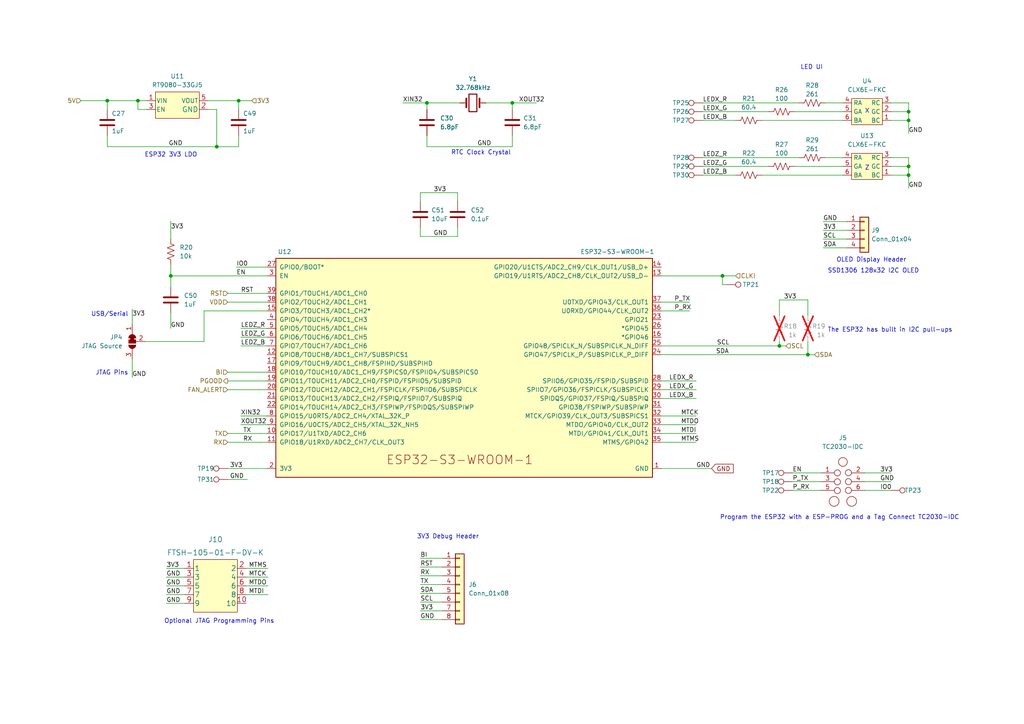
<source format=kicad_sch>
(kicad_sch (version 20231120) (generator "eeschema") (generator_version "8.0")
  (paper "A4")
  (lib_symbols
    (symbol "CLX6E-FKC_1"
      (property "Reference" "U" (at 3.81 5.08 0))
      (property "Value" "CLX6E-FKC_1" (at 1.27 -5.08 0))
      (symbol "CLX6E-FKC_1_0_1"
        (rectangle (start -3.81 3.81) (end 5.08 -3.81) (stroke (width 0.1524)) (fill (type background)))
      )
      (symbol "CLX6E-FKC_1_1_1"
        (pin bidirectional line (at 7.62 -2.54 180) (length 2.54) (name "BC") (number "1"))
        (pin bidirectional line (at 7.62 0 180) (length 2.54) (name "GC") (number "2"))
        (pin bidirectional line (at 7.62 2.54 180) (length 2.54) (name "RC") (number "3"))
        (pin bidirectional line (at -6.35 2.54 0) (length 2.54) (name "RA") (number "4"))
        (pin bidirectional line (at -6.35 0 0) (length 2.54) (name "GA") (number "5"))
        (pin input line (at -6.35 -2.54 0) (length 2.54) (name "BA") (number "6"))
      )
    )
    (symbol "Connector:TestPoint" (pin_numbers hide) (pin_names (offset 0.762) hide)
      (property "Reference" "TP" (at 0 6.858 0))
      (property "Value" "TestPoint" (at 0 5.08 0))
      (symbol "TestPoint_0_1"
        (circle (center 0 3.302) (radius 0.762))
      )
      (symbol "TestPoint_1_1"
        (pin passive line (at 0 0 90) (length 2.54) (name "1") (number "1"))
      )
    )
    (symbol "Connector_Generic:Conn_01x04" (pin_names (offset 1.016) hide)
      (property "Reference" "J" (at 0 5.08 0))
      (property "Value" "Conn_01x04" (at 0 -7.62 0))
      (symbol "Conn_01x04_1_1"
        (rectangle (start -1.27 -4.953) (end 0 -5.207) (stroke (width 0.1524)))
        (rectangle (start -1.27 -2.413) (end 0 -2.667) (stroke (width 0.1524)))
        (rectangle (start -1.27 0.127) (end 0 -0.127) (stroke (width 0.1524)))
        (rectangle (start -1.27 2.667) (end 0 2.413) (stroke (width 0.1524)))
        (rectangle (start -1.27 3.81) (end 1.27 -6.35) (stroke (width 0.254)) (fill (type background)))
        (pin passive line (at -5.08 2.54 0) (length 3.81) (name "Pin_1") (number "1"))
        (pin passive line (at -5.08 0 0) (length 3.81) (name "Pin_2") (number "2"))
        (pin passive line (at -5.08 -2.54 0) (length 3.81) (name "Pin_3") (number "3"))
        (pin passive line (at -5.08 -5.08 0) (length 3.81) (name "Pin_4") (number "4"))
      )
    )
    (symbol "Connector_Generic:Conn_01x08" (pin_names (offset 1.016) hide)
      (property "Reference" "J" (at 0 10.16 0))
      (property "Value" "Conn_01x08" (at 0 -12.7 0))
      (symbol "Conn_01x08_1_1"
        (rectangle (start -1.27 -10.033) (end 0 -10.287) (stroke (width 0.1524)))
        (rectangle (start -1.27 -7.493) (end 0 -7.747) (stroke (width 0.1524)))
        (rectangle (start -1.27 -4.953) (end 0 -5.207) (stroke (width 0.1524)))
        (rectangle (start -1.27 -2.413) (end 0 -2.667) (stroke (width 0.1524)))
        (rectangle (start -1.27 0.127) (end 0 -0.127) (stroke (width 0.1524)))
        (rectangle (start -1.27 2.667) (end 0 2.413) (stroke (width 0.1524)))
        (rectangle (start -1.27 5.207) (end 0 4.953) (stroke (width 0.1524)))
        (rectangle (start -1.27 7.747) (end 0 7.493) (stroke (width 0.1524)))
        (rectangle (start -1.27 8.89) (end 1.27 -11.43) (stroke (width 0.254)) (fill (type background)))
        (pin passive line (at -5.08 7.62 0) (length 3.81) (name "Pin_1") (number "1"))
        (pin passive line (at -5.08 5.08 0) (length 3.81) (name "Pin_2") (number "2"))
        (pin passive line (at -5.08 2.54 0) (length 3.81) (name "Pin_3") (number "3"))
        (pin passive line (at -5.08 0 0) (length 3.81) (name "Pin_4") (number "4"))
        (pin passive line (at -5.08 -2.54 0) (length 3.81) (name "Pin_5") (number "5"))
        (pin passive line (at -5.08 -5.08 0) (length 3.81) (name "Pin_6") (number "6"))
        (pin passive line (at -5.08 -7.62 0) (length 3.81) (name "Pin_7") (number "7"))
        (pin passive line (at -5.08 -10.16 0) (length 3.81) (name "Pin_8") (number "8"))
      )
    )
    (symbol "Device:C" (pin_numbers hide) (pin_names (offset 0.254))
      (property "Reference" "C" (at 0.635 2.54 0))
      (property "Value" "C" (at 0.635 -2.54 0))
      (symbol "C_0_1"
        (polyline (pts (xy -2.032 -0.762) (xy 2.032 -0.762)) (stroke (width 0.508)))
        (polyline (pts (xy -2.032 0.762) (xy 2.032 0.762)) (stroke (width 0.508)))
      )
      (symbol "C_1_1"
        (pin passive line (at 0 3.81 270) (length 2.794) (name "~") (number "1"))
        (pin passive line (at 0 -3.81 90) (length 2.794) (name "~") (number "2"))
      )
    )
    (symbol "Device:Crystal" (pin_numbers hide) (pin_names (offset 1.016) hide)
      (property "Reference" "Y" (at 0 3.81 0))
      (property "Value" "Crystal" (at 0 -3.81 0))
      (symbol "Crystal_0_1"
        (rectangle (start -1.143 2.54) (end 1.143 -2.54) (stroke (width 0.3048)))
        (polyline (pts (xy -2.54 0) (xy -1.905 0)))
        (polyline (pts (xy -1.905 -1.27) (xy -1.905 1.27)) (stroke (width 0.508)))
        (polyline (pts (xy 1.905 -1.27) (xy 1.905 1.27)) (stroke (width 0.508)))
        (polyline (pts (xy 2.54 0) (xy 1.905 0)))
      )
      (symbol "Crystal_1_1"
        (pin passive line (at -3.81 0 0) (length 1.27) (name "1") (number "1"))
        (pin passive line (at 3.81 0 180) (length 1.27) (name "2") (number "2"))
      )
    )
    (symbol "Device:R_US" (pin_numbers hide) (pin_names (offset 0))
      (property "Reference" "R" (at 2.54 0 90))
      (property "Value" "R_US" (at -2.54 0 90))
      (symbol "R_US_0_1"
        (polyline (pts (xy 0 -2.286) (xy 0 -2.54)))
        (polyline (pts (xy 0 2.286) (xy 0 2.54)))
        (polyline (pts (xy 0 -0.762) (xy 1.016 -1.143) (xy 0 -1.524) (xy -1.016 -1.905) (xy 0 -2.286)))
        (polyline (pts (xy 0 0.762) (xy 1.016 0.381) (xy 0 0) (xy -1.016 -0.381) (xy 0 -0.762)))
        (polyline (pts (xy 0 2.286) (xy 1.016 1.905) (xy 0 1.524) (xy -1.016 1.143) (xy 0 0.762)))
      )
      (symbol "R_US_1_1"
        (pin passive line (at 0 3.81 270) (length 1.27) (name "~") (number "1"))
        (pin passive line (at 0 -3.81 90) (length 1.27) (name "~") (number "2"))
      )
    )
    (symbol "Espressif:ESP32-S3-WROOM-1" (pin_names (offset 1.016))
      (property "Reference" "U" (at -53.34 38.1 0))
      (property "Value" "ESP32-S3-WROOM-1" (at -53.34 35.56 0))
      (symbol "ESP32-S3-WROOM-1_0_0"
        (rectangle (start -53.34 33.02) (end 55.88 -30.48) (stroke (width 0.254)) (fill (type background)))
        (text "ESP32-S3-WROOM-1" (at 0 -25.4 0) (effects (font (size 2.54 2.54))))
        (pin power_in line (at 58.42 -27.94 180) (length 2.54) (name "GND") (number "1"))
        (pin bidirectional line (at -55.88 -17.78 0) (length 2.54) (name "GPIO17/U1TXD/ADC2_CH6") (number "10"))
        (pin bidirectional line (at -55.88 -20.32 0) (length 2.54) (name "GPIO18/U1RXD/ADC2_CH7/CLK_OUT3") (number "11"))
        (pin bidirectional line (at -55.88 5.08 0) (length 2.54) (name "GPIO8/TOUCH8/ADC1_CH7/SUBSPICS1") (number "12"))
        (pin bidirectional line (at 58.42 27.94 180) (length 2.54) (name "GPIO19/U1RTS/ADC2_CH8/CLK_OUT2/USB_D-") (number "13"))
        (pin bidirectional line (at 58.42 30.48 180) (length 2.54) (name "GPIO20/U1CTS/ADC2_CH9/CLK_OUT1/USB_D+") (number "14"))
        (pin bidirectional line (at -55.88 17.78 0) (length 2.54) (name "GPIO3/TOUCH3/ADC1_CH2*") (number "15"))
        (pin bidirectional line (at 58.42 10.16 180) (length 2.54) (name "*GPIO46") (number "16"))
        (pin bidirectional line (at -55.88 2.54 0) (length 2.54) (name "GPIO9/TOUCH9/ADC1_CH8/FSPIHD/SUBSPIHD") (number "17"))
        (pin bidirectional line (at -55.88 0 0) (length 2.54) (name "GPIO10/TOUCH10/ADC1_CH9/FSPICS0/FSPIIO4/SUBSPICS0") (number "18"))
        (pin bidirectional line (at -55.88 -2.54 0) (length 2.54) (name "GPIO11/TOUCH11/ADC2_CH0/FSPID/FSPIIO5/SUBSPID") (number "19"))
        (pin power_in line (at -55.88 -27.94 0) (length 2.54) (name "3V3") (number "2"))
        (pin bidirectional line (at -55.88 -5.08 0) (length 2.54) (name "GPIO12/TOUCH12/ADC2_CH1/FSPICLK/FSPIIO6/SUBSPICLK") (number "20"))
        (pin bidirectional line (at -55.88 -7.62 0) (length 2.54) (name "GPIO13/TOUCH13/ADC2_CH2/FSPIQ/FSPIIO7/SUBSPIQ") (number "21"))
        (pin bidirectional line (at -55.88 -10.16 0) (length 2.54) (name "GPIO14/TOUCH14/ADC2_CH3/FSPIWP/FSPIDQS/SUBSPIWP") (number "22"))
        (pin bidirectional line (at 58.42 15.24 180) (length 2.54) (name "GPIO21") (number "23"))
        (pin bidirectional line (at 58.42 5.08 180) (length 2.54) (name "GPIO47/SPICLK_P/SUBSPICLK_P_DIFF") (number "24"))
        (pin bidirectional line (at 58.42 7.62 180) (length 2.54) (name "GPIO48/SPICLK_N/SUBSPICLK_N_DIFF") (number "25"))
        (pin bidirectional line (at 58.42 12.7 180) (length 2.54) (name "*GPIO45") (number "26"))
        (pin bidirectional line (at -55.88 30.48 0) (length 2.54) (name "GPIO0/BOOT*") (number "27"))
        (pin bidirectional line (at 58.42 -2.54 180) (length 2.54) (name "SPIIO6/GPIO35/FSPID/SUBSPID") (number "28"))
        (pin bidirectional line (at 58.42 -5.08 180) (length 2.54) (name "SPIIO7/GPIO36/FSPICLK/SUBSPICLK") (number "29"))
        (pin input line (at -55.88 27.94 0) (length 2.54) (name "EN") (number "3"))
        (pin bidirectional line (at 58.42 -7.62 180) (length 2.54) (name "SPIDQS/GPIO37/FSPIQ/SUBSPIQ") (number "30"))
        (pin bidirectional line (at 58.42 -10.16 180) (length 2.54) (name "GPIO38/FSPIWP/SUBSPIWP") (number "31"))
        (pin bidirectional line (at 58.42 -12.7 180) (length 2.54) (name "MTCK/GPIO39/CLK_OUT3/SUBSPICS1") (number "32"))
        (pin bidirectional line (at 58.42 -15.24 180) (length 2.54) (name "MTDO/GPIO40/CLK_OUT2") (number "33"))
        (pin bidirectional line (at 58.42 -17.78 180) (length 2.54) (name "MTDI/GPIO41/CLK_OUT1") (number "34"))
        (pin bidirectional line (at 58.42 -20.32 180) (length 2.54) (name "MTMS/GPIO42") (number "35"))
        (pin bidirectional line (at 58.42 17.78 180) (length 2.54) (name "U0RXD/GPIO44/CLK_OUT2") (number "36"))
        (pin bidirectional line (at 58.42 20.32 180) (length 2.54) (name "U0TXD/GPIO43/CLK_OUT1") (number "37"))
        (pin bidirectional line (at -55.88 20.32 0) (length 2.54) (name "GPIO2/TOUCH2/ADC1_CH1") (number "38"))
        (pin bidirectional line (at -55.88 22.86 0) (length 2.54) (name "GPIO1/TOUCH1/ADC1_CH0") (number "39"))
        (pin bidirectional line (at -55.88 15.24 0) (length 2.54) (name "GPIO4/TOUCH4/ADC1_CH3") (number "4"))
        (pin passive line (at 58.42 -27.94 180) (length 2.54) hide (name "GND") (number "40"))
        (pin passive line (at 58.42 -27.94 180) (length 2.54) hide (name "GND") (number "41"))
        (pin bidirectional line (at -55.88 12.7 0) (length 2.54) (name "GPIO5/TOUCH5/ADC1_CH4") (number "5"))
        (pin bidirectional line (at -55.88 10.16 0) (length 2.54) (name "GPIO6/TOUCH6/ADC1_CH5") (number "6"))
        (pin bidirectional line (at -55.88 7.62 0) (length 2.54) (name "GPIO7/TOUCH7/ADC1_CH6") (number "7"))
        (pin bidirectional line (at -55.88 -12.7 0) (length 2.54) (name "GPIO15/U0RTS/ADC2_CH4/XTAL_32K_P") (number "8"))
        (pin bidirectional line (at -55.88 -15.24 0) (length 2.54) (name "GPIO16/U0CTS/ADC2_CH5/XTAL_32K_NH5") (number "9"))
      )
    )
    (symbol "Espressif:TC2030-IDC-NL" (pin_names (offset 1.016) hide)
      (property "Reference" "J" (at 0 -8.89 0))
      (property "Value" "TC2030-IDC-NL" (at 0.635 -11.43 0))
      (symbol "TC2030-IDC-NL_0_1"
        (circle (center -2.54 -5.715) (radius 1.4224))
        (circle (center -1.6002 2.54) (radius 0.889))
        (circle (center 0 5.715) (radius 1.27))
      )
      (symbol "TC2030-IDC-NL_1_1"
        (circle (center -1.6002 -2.5908) (radius 0.889))
        (circle (center -1.6002 -0.0508) (radius 0.889))
        (circle (center 1.6002 -2.54) (radius 0.889))
        (circle (center 1.6002 0) (radius 0.889))
        (circle (center 1.6002 2.5908) (radius 0.889))
        (circle (center 2.54 -5.715) (radius 1.4224))
        (pin passive line (at -6.35 2.54 0) (length 3.81) (name "Pin_1") (number "1"))
        (pin passive line (at 6.35 2.54 180) (length 3.81) (name "Pin_2") (number "2"))
        (pin passive line (at -6.35 0 0) (length 3.81) (name "Pin_3") (number "3"))
        (pin passive line (at 6.35 0 180) (length 3.81) (name "Pin_4") (number "4"))
        (pin passive line (at -6.35 -2.54 0) (length 3.81) (name "Pin_5") (number "5"))
        (pin passive line (at 6.35 -2.54 180) (length 3.81) (name "Pin_6") (number "6"))
      )
    )
    (symbol "Jumper:SolderJumper_3_Bridged12" (pin_names (offset 0) hide)
      (property "Reference" "JP" (at -2.54 -2.54 0))
      (property "Value" "SolderJumper_3_Bridged12" (at 0 2.794 0))
      (symbol "SolderJumper_3_Bridged12_0_1"
        (rectangle (start -1.016 0.508) (end -0.508 -0.508) (fill (type outline)))
        (arc (start -1.016 1.016) (mid -2.0276 0) (end -1.016 -1.016))
        (arc (start -1.016 1.016) (mid -2.0276 0) (end -1.016 -1.016) (fill (type outline)))
        (rectangle (start -0.508 1.016) (end 0.508 -1.016) (fill (type outline)))
        (polyline (pts (xy -2.54 0) (xy -2.032 0)))
        (polyline (pts (xy -1.016 1.016) (xy -1.016 -1.016)))
        (polyline (pts (xy 0 -1.27) (xy 0 -1.016)))
        (polyline (pts (xy 1.016 1.016) (xy 1.016 -1.016)))
        (polyline (pts (xy 2.54 0) (xy 2.032 0)))
        (arc (start 1.016 -1.016) (mid 2.0276 0) (end 1.016 1.016))
        (arc (start 1.016 -1.016) (mid 2.0276 0) (end 1.016 1.016) (fill (type outline)))
      )
      (symbol "SolderJumper_3_Bridged12_1_1"
        (pin passive line (at -5.08 0 0) (length 2.54) (name "A") (number "1"))
        (pin passive line (at 0 -3.81 90) (length 2.54) (name "C") (number "2"))
        (pin passive line (at 5.08 0 180) (length 2.54) (name "B") (number "3"))
      )
    )
    (symbol "bitaxe:FTSH-105-01-F-DV-K" (pin_names (offset 0.254))
      (property "Reference" "J" (at 2.54 2.54 0))
      (property "Value" "FTSH-105-01-F-DV-K" (at 16.51 -15.24 0))
      (symbol "FTSH-105-01-F-DV-K_1_1"
        (rectangle (start 2.54 1.27) (end 15.24 -13.97) (stroke (width 0.1524)) (fill (type background)))
        (pin unspecified line (at 0 -1.27 0) (length 2.54) (name "1") (number "1"))
        (pin unspecified line (at 17.78 -11.43 180) (length 2.54) (name "10") (number "10"))
        (pin unspecified line (at 17.78 -1.27 180) (length 2.54) (name "2") (number "2"))
        (pin unspecified line (at 0 -3.81 0) (length 2.54) (name "3") (number "3"))
        (pin unspecified line (at 17.78 -3.81 180) (length 2.54) (name "4") (number "4"))
        (pin unspecified line (at 0 -6.35 0) (length 2.54) (name "5") (number "5"))
        (pin unspecified line (at 17.78 -6.35 180) (length 2.54) (name "6") (number "6"))
        (pin unspecified line (at 0 -8.89 0) (length 2.54) (name "7") (number "7"))
        (pin unspecified line (at 17.78 -8.89 180) (length 2.54) (name "8") (number "8"))
        (pin unspecified line (at 0 -11.43 0) (length 2.54) (name "9") (number "9"))
      )
    )
    (symbol "bitaxe:RT9080-33GJ5" (pin_names (offset 0.254))
      (property "Reference" "U" (at -6.35 5.08 0))
      (property "Value" "RT9080-33GJ5" (at 0 -5.08 0))
      (symbol "RT9080-33GJ5_1_1"
        (rectangle (start -6.35 3.81) (end 6.35 -3.81) (stroke (width 0.1524)) (fill (type background)))
        (pin power_in line (at -8.89 1.27 0) (length 2.54) (name "VIN") (number "1"))
        (pin power_in line (at 8.89 -1.27 180) (length 2.54) (name "GND") (number "2"))
        (pin input line (at -8.89 -1.27 0) (length 2.54) (name "EN") (number "3"))
        (pin output line (at 8.89 1.27 180) (length 2.54) (name "VOUT") (number "5"))
      )
    )
  )
  (junction (at 209.55 80.01))
  (junction (at 123.825 29.845))
  (junction (at 263.525 32.385))
  (junction (at 263.525 34.925))
  (junction (at 62.865 42.545))
  (junction (at 263.525 48.26))
  (junction (at 263.525 50.8))
  (junction (at 40.005 29.21))
  (junction (at 148.59 29.845))
  (junction (at 226.06 100.33))
  (junction (at 49.53 80.01))
  (junction (at 69.215 29.21))
  (junction (at 234.315 102.87))
  (junction (at 31.115 29.21))
  (wire (pts (xy 121.92 172.085) (xy 128.27 172.085)))
  (wire (pts (xy 121.92 177.165) (xy 128.27 177.165)))
  (wire (pts (xy 121.92 55.88) (xy 121.92 58.42)))
  (wire (pts (xy 226.06 100.33) (xy 227.965 100.33)))
  (wire (pts (xy 191.77 113.03) (xy 201.93 113.03)))
  (wire (pts (xy 48.26 164.846) (xy 53.594 164.846)))
  (wire (pts (xy 31.115 29.21) (xy 31.115 31.75)))
  (wire (pts (xy 258.445 32.385) (xy 263.525 32.385)))
  (wire (pts (xy 191.77 125.73) (xy 201.93 125.73)))
  (wire (pts (xy 239.395 29.845) (xy 244.475 29.845)))
  (wire (pts (xy 60.325 31.75) (xy 62.865 31.75)))
  (wire (pts (xy 140.97 29.845) (xy 148.59 29.845)))
  (wire (pts (xy 258.445 50.8) (xy 263.525 50.8)))
  (wire (pts (xy 250.825 139.7) (xy 258.445 139.7)))
  (wire (pts (xy 263.525 32.385) (xy 263.525 34.925)))
  (wire (pts (xy 69.215 39.37) (xy 69.215 42.545)))
  (wire (pts (xy 234.315 99.06) (xy 234.315 102.87)))
  (wire (pts (xy 66.04 110.49) (xy 77.47 110.49)))
  (wire (pts (xy 132.715 68.58) (xy 121.92 68.58)))
  (wire (pts (xy 62.865 31.75) (xy 62.865 42.545)))
  (wire (pts (xy 123.825 42.545) (xy 123.825 39.37)))
  (wire (pts (xy 220.98 34.925) (xy 244.475 34.925)))
  (wire (pts (xy 250.825 137.16) (xy 258.445 137.16)))
  (wire (pts (xy 69.215 29.21) (xy 69.215 31.75)))
  (wire (pts (xy 77.47 125.73) (xy 66.04 125.73)))
  (wire (pts (xy 132.715 66.04) (xy 132.715 68.58)))
  (wire (pts (xy 71.374 172.466) (xy 77.724 172.466)))
  (wire (pts (xy 49.53 76.835) (xy 49.53 80.01)))
  (wire (pts (xy 263.525 34.925) (xy 263.525 38.735)))
  (wire (pts (xy 40.005 29.21) (xy 42.545 29.21)))
  (wire (pts (xy 234.315 86.995) (xy 234.315 91.44)))
  (wire (pts (xy 49.53 90.805) (xy 49.53 95.25)))
  (wire (pts (xy 69.85 97.79) (xy 77.47 97.79)))
  (wire (pts (xy 209.55 82.55) (xy 209.55 80.01)))
  (wire (pts (xy 69.85 100.33) (xy 77.47 100.33)))
  (wire (pts (xy 226.06 86.995) (xy 226.06 91.44)))
  (wire (pts (xy 148.59 29.845) (xy 155.575 29.845)))
  (wire (pts (xy 69.85 120.65) (xy 77.47 120.65)))
  (wire (pts (xy 77.47 85.09) (xy 66.04 85.09)))
  (wire (pts (xy 230.505 48.26) (xy 244.475 48.26)))
  (wire (pts (xy 66.04 107.95) (xy 77.47 107.95)))
  (wire (pts (xy 68.58 77.47) (xy 77.47 77.47)))
  (wire (pts (xy 191.77 120.65) (xy 201.93 120.65)))
  (wire (pts (xy 191.77 115.57) (xy 201.93 115.57)))
  (wire (pts (xy 116.84 29.845) (xy 123.825 29.845)))
  (wire (pts (xy 123.825 42.545) (xy 148.59 42.545)))
  (wire (pts (xy 220.98 50.8) (xy 244.475 50.8)))
  (wire (pts (xy 203.835 34.925) (xy 213.36 34.925)))
  (wire (pts (xy 123.825 29.845) (xy 123.825 31.75)))
  (wire (pts (xy 23.495 29.21) (xy 31.115 29.21)))
  (wire (pts (xy 210.82 82.55) (xy 209.55 82.55)))
  (wire (pts (xy 222.885 48.26) (xy 203.835 48.26)))
  (wire (pts (xy 38.354 104.14) (xy 38.354 109.474)))
  (wire (pts (xy 59.182 90.17) (xy 59.182 99.06)))
  (wire (pts (xy 250.825 142.24) (xy 258.445 142.24)))
  (wire (pts (xy 191.77 123.19) (xy 201.93 123.19)))
  (wire (pts (xy 38.354 89.662) (xy 38.354 93.98)))
  (wire (pts (xy 203.835 50.8) (xy 213.36 50.8)))
  (wire (pts (xy 121.92 174.625) (xy 128.27 174.625)))
  (wire (pts (xy 258.445 48.26) (xy 263.525 48.26)))
  (wire (pts (xy 69.85 123.19) (xy 77.47 123.19)))
  (wire (pts (xy 238.76 64.262) (xy 245.618 64.262)))
  (wire (pts (xy 263.525 48.26) (xy 263.525 50.8)))
  (wire (pts (xy 48.26 175.006) (xy 53.594 175.006)))
  (wire (pts (xy 71.374 169.926) (xy 77.724 169.926)))
  (wire (pts (xy 48.26 167.386) (xy 53.594 167.386)))
  (wire (pts (xy 226.06 86.995) (xy 234.315 86.995)))
  (wire (pts (xy 230.505 32.385) (xy 244.475 32.385)))
  (wire (pts (xy 234.315 102.87) (xy 236.22 102.87)))
  (wire (pts (xy 191.77 90.17) (xy 200.025 90.17)))
  (wire (pts (xy 77.47 128.27) (xy 66.04 128.27)))
  (wire (pts (xy 191.77 110.49) (xy 201.93 110.49)))
  (wire (pts (xy 123.825 29.845) (xy 133.35 29.845)))
  (wire (pts (xy 229.87 142.24) (xy 238.125 142.24)))
  (wire (pts (xy 49.53 80.01) (xy 77.47 80.01)))
  (wire (pts (xy 69.85 95.25) (xy 77.47 95.25)))
  (wire (pts (xy 191.77 102.87) (xy 234.315 102.87)))
  (wire (pts (xy 49.53 64.135) (xy 49.53 69.215)))
  (wire (pts (xy 66.04 139.065) (xy 71.755 139.065)))
  (wire (pts (xy 69.215 29.21) (xy 73.025 29.21)))
  (wire (pts (xy 31.115 29.21) (xy 40.005 29.21)))
  (wire (pts (xy 121.92 167.005) (xy 128.27 167.005)))
  (wire (pts (xy 48.26 169.926) (xy 53.594 169.926)))
  (wire (pts (xy 121.92 169.545) (xy 128.27 169.545)))
  (wire (pts (xy 191.77 128.27) (xy 201.93 128.27)))
  (wire (pts (xy 238.76 69.342) (xy 245.618 69.342)))
  (wire (pts (xy 263.525 45.72) (xy 263.525 48.26)))
  (wire (pts (xy 191.77 135.89) (xy 206.375 135.89)))
  (wire (pts (xy 229.87 139.7) (xy 238.125 139.7)))
  (wire (pts (xy 31.115 42.545) (xy 31.115 39.37)))
  (wire (pts (xy 66.04 87.63) (xy 77.47 87.63)))
  (wire (pts (xy 263.525 50.8) (xy 263.525 54.61)))
  (wire (pts (xy 121.92 68.58) (xy 121.92 66.04)))
  (wire (pts (xy 121.92 161.925) (xy 128.27 161.925)))
  (wire (pts (xy 59.182 90.17) (xy 77.47 90.17)))
  (wire (pts (xy 203.835 45.72) (xy 231.775 45.72)))
  (wire (pts (xy 209.55 80.01) (xy 213.36 80.01)))
  (wire (pts (xy 77.47 113.03) (xy 66.04 113.03)))
  (wire (pts (xy 42.545 31.75) (xy 40.005 31.75)))
  (wire (pts (xy 258.445 34.925) (xy 263.525 34.925)))
  (wire (pts (xy 148.59 29.845) (xy 148.59 31.75)))
  (wire (pts (xy 71.374 164.846) (xy 77.724 164.846)))
  (wire (pts (xy 229.87 137.16) (xy 238.125 137.16)))
  (wire (pts (xy 191.77 100.33) (xy 226.06 100.33)))
  (wire (pts (xy 191.77 87.63) (xy 200.025 87.63)))
  (wire (pts (xy 40.005 31.75) (xy 40.005 29.21)))
  (wire (pts (xy 121.92 179.705) (xy 128.27 179.705)))
  (wire (pts (xy 49.53 80.01) (xy 49.53 83.185)))
  (wire (pts (xy 239.395 45.72) (xy 244.475 45.72)))
  (wire (pts (xy 226.06 99.06) (xy 226.06 100.33)))
  (wire (pts (xy 148.59 39.37) (xy 148.59 42.545)))
  (wire (pts (xy 203.835 29.845) (xy 231.775 29.845)))
  (wire (pts (xy 258.445 29.845) (xy 263.525 29.845)))
  (wire (pts (xy 132.715 55.88) (xy 121.92 55.88)))
  (wire (pts (xy 258.445 45.72) (xy 263.525 45.72)))
  (wire (pts (xy 121.92 164.465) (xy 128.27 164.465)))
  (wire (pts (xy 222.885 32.385) (xy 203.835 32.385)))
  (wire (pts (xy 66.04 135.89) (xy 77.47 135.89)))
  (wire (pts (xy 238.76 71.882) (xy 245.618 71.882)))
  (wire (pts (xy 59.182 99.06) (xy 42.164 99.06)))
  (wire (pts (xy 132.715 58.42) (xy 132.715 55.88)))
  (wire (pts (xy 238.76 66.802) (xy 245.618 66.802)))
  (wire (pts (xy 263.525 29.845) (xy 263.525 32.385)))
  (wire (pts (xy 69.215 42.545) (xy 62.865 42.545)))
  (wire (pts (xy 48.26 172.466) (xy 53.594 172.466)))
  (wire (pts (xy 60.325 29.21) (xy 69.215 29.21)))
  (wire (pts (xy 71.374 167.386) (xy 77.724 167.386)))
  (wire (pts (xy 62.865 42.545) (xy 31.115 42.545)))
  (wire (pts (xy 191.77 80.01) (xy 209.55 80.01)))
  (text "X" (at 250.825 33.02 0) (effects (font (size 1.27 1.27)) (justify left bottom)))
  (text "Z" (at 250.825 49.53 0) (effects (font (size 1.27 1.27)) (justify left bottom)))
  (text "RTC Clock Crystal" (at 130.81 45.085 0) (effects (font (size 1.27 1.27)) (justify left bottom)))
  (text "JTAG Pins" (at 27.686 108.966 0) (effects (font (size 1.27 1.27)) (justify left bottom)))
  (text "ESP32 3V3 LDO" (at 41.91 45.72 0) (effects (font (size 1.27 1.27)) (justify left bottom)))
  (text "Program the ESP32 with a ESP-PROG and a Tag Connect TC2030-IDC" (at 208.788 150.876 0) (effects (font (size 1.27 1.27)) (justify left bottom)))
  (text "The ESP32 has built in I2C pull-ups" (at 240.03 96.52 0) (effects (font (size 1.27 1.27)) (justify left bottom)))
  (text "3V3 Debug Header" (at 120.904 156.464 0) (effects (font (size 1.27 1.27)) (justify left bottom)))
  (text "Optional JTAG Programming Pins" (at 47.625 180.975 0) (effects (font (size 1.27 1.27)) (justify left bottom)))
  (text "SSD1306 128x32 I2C OLED" (at 240.03 79.375 0) (effects (font (size 1.27 1.27)) (justify left bottom)))
  (text "LED UI" (at 232.156 20.32 0) (effects (font (size 1.27 1.27)) (justify left bottom)))
  (text "OLED Display Header" (at 242.57 76.2 0) (effects (font (size 1.27 1.27)) (justify left bottom)))
  (text "USB/Serial" (at 26.416 91.948 0) (effects (font (size 1.27 1.27)) (justify left bottom)))
  (label "LEDZ_G" (at 203.835 48.26 0))
  (label "P_RX" (at 229.87 142.24 0))
  (label "RX" (at 121.92 167.005 0))
  (label "GND" (at 48.26 169.926 0))
  (label "EN" (at 68.58 80.01 0))
  (label "MTMS" (at 197.485 128.27 0))
  (label "RST" (at 121.92 164.465 0))
  (label "RST" (at 69.85 85.09 0))
  (label "SDA" (at 121.92 172.085 0))
  (label "GND" (at 263.525 54.61 0))
  (label "MTDO" (at 72.136 169.926 0))
  (label "LEDX_G" (at 194.056 113.03 0))
  (label "P_TX" (at 229.87 139.7 0))
  (label "EN" (at 229.87 137.16 0))
  (label "GND" (at 238.76 64.262 0))
  (label "XOUT32" (at 150.495 29.845 0))
  (label "P_RX" (at 195.58 90.17 0))
  (label "LEDX_G" (at 203.835 32.385 0))
  (label "LEDZ_G" (at 69.85 97.79 0))
  (label "GND" (at 125.73 68.58 0))
  (label "3V3" (at 66.675 135.89 0))
  (label "3V3" (at 227.33 86.995 0))
  (label "MTMS" (at 72.136 164.846 0))
  (label "MTDI" (at 72.136 172.466 0))
  (label "IO0" (at 68.58 77.47 0))
  (label "SDA" (at 207.645 102.87 0))
  (label "BI" (at 121.92 161.925 0))
  (label "GND" (at 66.675 139.065 0))
  (label "MTCK" (at 72.136 167.386 0))
  (label "XIN32" (at 69.85 120.65 0))
  (label "TX" (at 70.485 125.73 0))
  (label "MTDO" (at 197.485 123.19 0))
  (label "GND" (at 138.43 42.545 0))
  (label "3V3" (at 255.27 137.16 0))
  (label "LEDX_R" (at 194.056 110.49 0))
  (label "MTDI" (at 197.485 125.73 0))
  (label "LEDZ_R" (at 203.835 45.72 0))
  (label "IO0" (at 255.27 142.24 0))
  (label "SCL" (at 121.92 174.625 0))
  (label "SCL" (at 207.899 100.33 0))
  (label "XOUT32" (at 69.85 123.19 0))
  (label "SCL" (at 238.76 69.342 0))
  (label "XIN32" (at 116.84 29.845 0))
  (label "GND" (at 201.93 135.89 0))
  (label "SDA" (at 238.76 71.882 0))
  (label "TX" (at 121.92 169.545 0))
  (label "3V3" (at 125.73 55.88 0))
  (label "3V3" (at 121.92 177.165 0))
  (label "LEDX_R" (at 203.835 29.845 0))
  (label "MTCK" (at 197.485 120.65 0))
  (label "GND" (at 48.26 172.466 0))
  (label "3V3" (at 49.53 66.675 0))
  (label "GND" (at 48.26 175.006 0))
  (label "GND" (at 49.53 95.25 0))
  (label "P_TX" (at 195.58 87.63 0))
  (label "GND" (at 121.92 179.705 0))
  (label "3V3" (at 238.76 66.802 0))
  (label "LEDZ_R" (at 69.85 95.25 0))
  (label "GND" (at 255.27 139.7 0))
  (label "3V3" (at 48.26 164.846 0))
  (label "GND" (at 48.895 42.545 0))
  (label "LEDX_B" (at 194.056 115.57 0))
  (label "3V3" (at 38.354 91.948 0))
  (label "GND" (at 48.26 167.386 0))
  (label "GND" (at 38.354 109.474 0))
  (label "RX" (at 70.485 128.27 0))
  (label "LEDZ_B" (at 69.85 100.33 0))
  (label "LEDZ_B" (at 203.835 50.8 0))
  (label "LEDX_B" (at 203.835 34.925 0))
  (label "GND" (at 263.525 38.735 0))
  (global_label "GND" (shape input) (at 206.375 135.89 0) (property "Intersheetrefs" "${INTERSHEET_REFS}" (effects (hide yes))))
  (hierarchical_label "TX" (shape input) (at 66.04 125.73 180))
  (hierarchical_label "RX" (shape input) (at 66.04 128.27 180))
  (hierarchical_label "CLKI" (shape input) (at 213.36 80.01 0))
  (hierarchical_label "FAN_ALERT" (shape input) (at 66.04 113.03 180))
  (hierarchical_label "BI" (shape input) (at 66.04 107.95 180))
  (hierarchical_label "3V3" (shape input) (at 73.025 29.21 0))
  (hierarchical_label "SCL" (shape input) (at 227.965 100.33 0))
  (hierarchical_label "RST" (shape input) (at 66.04 85.09 180))
  (hierarchical_label "SDA" (shape input) (at 236.22 102.87 0))
  (hierarchical_label "PGOOD" (shape output) (at 66.04 110.49 180))
  (hierarchical_label "5V" (shape input) (at 23.495 29.21 180))
  (hierarchical_label "VDD" (shape input) (at 66.04 87.63 180))
  (symbol (lib_id "Device:R_US") (at 235.585 29.845 90) (unit 1)
    (property "Reference" "R28" (at 235.585 24.765 90))
    (property "Value" "261" (at 235.585 27.305 90))
    (property "Footprint" "Resistor_SMD:R_0402_1005Metric" (effects (hide yes)))
    (property "DK" "YAG3078CT-ND" (effects (hide yes)))
    (property "PARTNO" "RC0402FR-07261RL" (effects (hide yes)))
  )
  (symbol (lib_id "Device:R_US") (at 226.06 95.25 180) (unit 1) (dnp yes)
    (property "Reference" "R18" (at 229.235 94.615 0))
    (property "Value" "1k" (at 229.87 97.155 0))
    (property "Footprint" "Resistor_SMD:R_0402_1005Metric" (effects (hide yes)))
  )
  (symbol (lib_id "Device:C") (at 49.53 86.995 0) (unit 1)
    (property "Reference" "C50" (at 53.34 85.7249 0) (effects (justify left)))
    (property "Value" "1uF" (at 53.34 88.2649 0) (effects (justify left)))
    (property "Footprint" "Capacitor_SMD:C_0402_1005Metric" (effects (hide yes)))
    (property "DK" "587-5514-1-ND" (effects (hide yes)))
    (property "PARTNO" "EMK105BJ105MV-F" (effects (hide yes)))
  )
  (symbol (lib_id "Device:C") (at 123.825 35.56 0) (unit 1)
    (property "Reference" "C30" (at 127.635 34.2899 0) (effects (justify left)))
    (property "Value" "6.8pF" (at 127.635 36.8299 0) (effects (justify left)))
    (property "Footprint" "Capacitor_SMD:C_0402_1005Metric" (effects (hide yes)))
    (property "DK" "399-C0402C689C5GAC7867CT-ND" (effects (hide yes)))
    (property "PARTNO" "C0402C689C5GAC7867" (effects (hide yes)))
  )
  (symbol (lib_id "bitaxe:FTSH-105-01-F-DV-K") (at 53.594 163.576 0) (unit 1)
    (property "Reference" "J10" (at 62.484 156.464 0) (effects (font (size 1.524 1.524))))
    (property "Value" "FTSH-105-01-F-DV-K" (at 62.484 160.274 0) (effects (font (size 1.524 1.524))))
    (property "Footprint" "bitaxe:FTSH-105-01-F-DV-K" (effects (hide yes)))
    (property "Datasheet" "https://suddendocs.samtec.com/catalog_english/ftsh_smt.pdf" (effects (hide yes)))
    (property "DK" "SAM8796-ND" (effects (hide yes)))
    (property "PARTNO" "FTSH-105-01-F-DV-K" (effects (hide yes)))
  )
  (symbol (lib_id "Connector:TestPoint") (at 203.835 34.925 90) (mirror x) (unit 1) (in_bom no)
    (property "Reference" "TP27" (at 197.485 34.925 90))
    (property "Value" "TestPoint" (effects (hide yes)))
    (property "Footprint" "TestPoint:TestPoint_Pad_D1.5mm" (effects (hide yes)))
  )
  (symbol (lib_id "Connector:TestPoint") (at 203.835 48.26 90) (mirror x) (unit 1) (in_bom no)
    (property "Reference" "TP29" (at 197.485 48.26 90))
    (property "Value" "TestPoint" (effects (hide yes)))
    (property "Footprint" "TestPoint:TestPoint_Pad_D1.5mm" (effects (hide yes)))
  )
  (symbol (lib_name "CLX6E-FKC_1") (lib_id "bitaxe:CLX6E-FKC") (at 250.825 32.385 0) (unit 1)
    (property "Reference" "U4" (at 251.46 23.495 0))
    (property "Value" "CLX6E-FKC" (at 251.46 26.035 0))
    (property "Footprint" "bitaxe:CLX6E-FKC-CH1M1D1BB7C3D3" (effects (hide yes)))
    (property "Datasheet" "https://assets.cree-led.com/a/ds/h/HB-CLX6E-FKC.pdf" (effects (hide yes)))
    (property "DK" "CLX6E-FKC-CH1M1D1BB7C3D3CT-ND" (effects (hide yes)))
    (property "PARTNO" "CLX6E-FKC-CH1M1D1BB7C3D3" (effects (hide yes)))
  )
  (symbol (lib_id "Device:C") (at 132.715 62.23 0) (unit 1)
    (property "Reference" "C52" (at 136.525 60.9599 0) (effects (justify left)))
    (property "Value" "0.1uF" (at 136.525 63.4999 0) (effects (justify left)))
    (property "Footprint" "Capacitor_SMD:C_0402_1005Metric" (effects (hide yes)))
    (property "DK" "1292-1639-1-ND" (effects (hide yes)))
    (property "PARTNO" "0402X104K100CT" (effects (hide yes)))
  )
  (symbol (lib_id "Device:R_US") (at 226.695 32.385 90) (unit 1)
    (property "Reference" "R26" (at 226.695 26.035 90))
    (property "Value" "100" (at 226.695 28.575 90))
    (property "Footprint" "Resistor_SMD:R_0402_1005Metric" (effects (hide yes)))
    (property "DK" "RMCF0402FT100RCT-ND" (effects (hide yes)))
    (property "PARTNO" "RMCF0402FT100R" (effects (hide yes)))
  )
  (symbol (lib_id "Connector_Generic:Conn_01x04") (at 250.698 66.802 0) (unit 1) (in_bom no)
    (property "Reference" "J9" (at 252.73 66.8019 0) (effects (justify left)))
    (property "Value" "Conn_01x04" (at 252.73 69.3419 0) (effects (justify left)))
    (property "Footprint" "Connector_PinHeader_2.54mm:PinHeader_1x04_P2.54mm_Vertical" (effects (hide yes)))
  )
  (symbol (lib_id "Device:R_US") (at 235.585 45.72 90) (unit 1)
    (property "Reference" "R29" (at 235.585 40.64 90))
    (property "Value" "261" (at 235.585 43.18 90))
    (property "Footprint" "Resistor_SMD:R_0402_1005Metric" (effects (hide yes)))
    (property "DK" "YAG3078CT-ND" (effects (hide yes)))
    (property "PARTNO" "RC0402FR-07261RL" (effects (hide yes)))
  )
  (symbol (lib_id "Device:R_US") (at 234.315 95.25 180) (unit 1) (dnp yes)
    (property "Reference" "R19" (at 237.49 94.615 0))
    (property "Value" "1k" (at 238.125 97.155 0))
    (property "Footprint" "Resistor_SMD:R_0402_1005Metric" (effects (hide yes)))
  )
  (symbol (lib_id "Device:C") (at 148.59 35.56 0) (unit 1)
    (property "Reference" "C31" (at 151.765 34.2899 0) (effects (justify left)))
    (property "Value" "6.8pF" (at 151.765 36.8299 0) (effects (justify left)))
    (property "Footprint" "Capacitor_SMD:C_0402_1005Metric" (effects (hide yes)))
    (property "DK" "399-C0402C689C5GAC7867CT-ND" (effects (hide yes)))
    (property "PARTNO" "C0402C689C5GAC7867" (effects (hide yes)))
  )
  (symbol (lib_id "bitaxe:RT9080-33GJ5") (at 51.435 30.48 0) (unit 1)
    (property "Reference" "U11" (at 51.435 22.098 0))
    (property "Value" "RT9080-33GJ5" (at 51.435 24.638 0))
    (property "Footprint" "bitaxe:RT9080-33GJ5" (effects (hide yes)))
    (property "Datasheet" "https://www.richtek.com/assets/product_file/RT9080/DS9080-05.pdf" (effects (hide yes)))
    (property "DK" "1028-1509-1-ND" (effects (hide yes)))
    (property "PARTNO" "RT9080-33GJ5" (effects (hide yes)))
  )
  (symbol (lib_id "Connector:TestPoint") (at 203.835 50.8 90) (mirror x) (unit 1) (in_bom no)
    (property "Reference" "TP30" (at 197.485 50.8 90))
    (property "Value" "TestPoint" (effects (hide yes)))
    (property "Footprint" "TestPoint:TestPoint_Pad_D1.5mm" (effects (hide yes)))
  )
  (symbol (lib_id "Connector:TestPoint") (at 66.04 139.065 90) (mirror x) (unit 1) (in_bom no)
    (property "Reference" "TP31" (at 59.69 139.065 90))
    (property "Value" "TestPoint" (effects (hide yes)))
    (property "Footprint" "TestPoint:TestPoint_Pad_D1.5mm" (effects (hide yes)))
  )
  (symbol (lib_id "Device:R_US") (at 226.695 48.26 90) (unit 1)
    (property "Reference" "R27" (at 226.695 41.91 90))
    (property "Value" "100" (at 226.695 44.45 90))
    (property "Footprint" "Resistor_SMD:R_0402_1005Metric" (effects (hide yes)))
    (property "DK" "RMCF0402FT100RCT-ND" (effects (hide yes)))
    (property "PARTNO" "RMCF0402FT100R" (effects (hide yes)))
  )
  (symbol (lib_id "Connector:TestPoint") (at 229.87 139.7 90) (mirror x) (unit 1) (in_bom no)
    (property "Reference" "TP18" (at 223.52 139.7 90))
    (property "Value" "TestPoint" (effects (hide yes)))
    (property "Footprint" "TestPoint:TestPoint_Pad_D1.5mm" (effects (hide yes)))
  )
  (symbol (lib_id "Connector:TestPoint") (at 258.445 142.24 270) (mirror x) (unit 1) (in_bom no)
    (property "Reference" "TP23" (at 264.795 142.24 90))
    (property "Value" "TestPoint" (effects (hide yes)))
    (property "Footprint" "TestPoint:TestPoint_Pad_D1.5mm" (effects (hide yes)))
  )
  (symbol (lib_id "Connector:TestPoint") (at 203.835 45.72 90) (mirror x) (unit 1) (in_bom no)
    (property "Reference" "TP28" (at 197.485 45.72 90))
    (property "Value" "TestPoint" (effects (hide yes)))
    (property "Footprint" "TestPoint:TestPoint_Pad_D1.5mm" (effects (hide yes)))
  )
  (symbol (lib_id "Connector:TestPoint") (at 203.835 29.845 90) (mirror x) (unit 1) (in_bom no)
    (property "Reference" "TP25" (at 197.485 29.845 90))
    (property "Value" "TestPoint" (effects (hide yes)))
    (property "Footprint" "TestPoint:TestPoint_Pad_D1.5mm" (effects (hide yes)))
  )
  (symbol (lib_id "Device:R_US") (at 49.53 73.025 0) (unit 1)
    (property "Reference" "R20" (at 52.07 71.7549 0) (effects (justify left)))
    (property "Value" "10k" (at 52.07 74.2949 0) (effects (justify left)))
    (property "Footprint" "Resistor_SMD:R_0402_1005Metric" (effects (hide yes)))
    (property "DK" "311-10KJRCT-ND" (effects (hide yes)))
    (property "PARTNO" "RC0402JR-0710KL" (effects (hide yes)))
  )
  (symbol (lib_id "Device:R_US") (at 217.17 34.925 90) (unit 1)
    (property "Reference" "R21" (at 217.17 28.575 90))
    (property "Value" "60.4" (at 217.17 31.115 90))
    (property "Footprint" "Resistor_SMD:R_0402_1005Metric" (effects (hide yes)))
    (property "DK" "311-60.4LRCT-ND" (effects (hide yes)))
    (property "PARTNO" "RC0402FR-0760R4L" (effects (hide yes)))
  )
  (symbol (lib_id "Espressif:TC2030-IDC-NL") (at 244.475 139.7 0) (unit 1) (in_bom no)
    (property "Reference" "J5" (at 244.475 127 0))
    (property "Value" "TC2030-IDC" (at 244.475 129.54 0))
    (property "Footprint" "Connector:Tag-Connect_TC2030-IDC-NL_2x03_P1.27mm_Vertical" (effects (hide yes)))
  )
  (symbol (lib_id "Device:C") (at 69.215 35.56 0) (unit 1)
    (property "Reference" "C49" (at 70.485 33.655 0) (effects (justify left bottom)))
    (property "Value" "1uF" (at 70.485 38.735 0) (effects (justify left bottom)))
    (property "Footprint" "Capacitor_SMD:C_0402_1005Metric" (effects (hide yes)))
    (property "DK" "587-5514-1-ND" (effects (hide yes)))
    (property "PARTNO" "EMK105BJ105MV-F" (effects (hide yes)))
  )
  (symbol (lib_id "Device:C") (at 121.92 62.23 0) (unit 1)
    (property "Reference" "C51" (at 125.095 60.9599 0) (effects (justify left)))
    (property "Value" "10uF" (at 125.095 63.4999 0) (effects (justify left)))
    (property "Footprint" "Capacitor_SMD:C_0805_2012Metric" (effects (hide yes)))
    (property "DK" "1276-1096-1-ND" (effects (hide yes)))
    (property "PARTNO" "CL21A106KOQNNNE" (effects (hide yes)))
  )
  (symbol (lib_id "Connector:TestPoint") (at 203.835 32.385 90) (mirror x) (unit 1) (in_bom no)
    (property "Reference" "TP26" (at 197.485 32.385 90))
    (property "Value" "TestPoint" (effects (hide yes)))
    (property "Footprint" "TestPoint:TestPoint_Pad_D1.5mm" (effects (hide yes)))
  )
  (symbol (lib_id "Device:Crystal") (at 137.16 29.845 0) (unit 1)
    (property "Reference" "Y1" (at 137.16 22.86 0))
    (property "Value" "32.768kHz" (at 137.16 25.4 0))
    (property "Footprint" "bitaxe:SC32S-7PF20PPM" (effects (hide yes)))
    (property "Datasheet" "https://www.sii.co.jp/en/quartz/files/2013/03/SC-32S_Leaflet_e20151217.pdf" (effects (hide yes)))
    (property "DK" "728-1074-1-ND" (effects (hide yes)))
    (property "PARTNO" "SC32S-7PF20PPM" (effects (hide yes)))
  )
  (symbol (lib_id "Jumper:SolderJumper_3_Bridged12") (at 38.354 99.06 90) (mirror x) (unit 1) (in_bom no)
    (property "Reference" "JP4" (at 35.56 97.7899 90) (effects (justify left)))
    (property "Value" "JTAG Source" (at 35.56 100.3299 90) (effects (justify left)))
    (property "Footprint" "Jumper:SolderJumper-3_P1.3mm_Bridged2Bar12_Pad1.0x1.5mm" (effects (hide yes)))
  )
  (symbol (lib_id "Connector:TestPoint") (at 210.82 82.55 270) (mirror x) (unit 1) (in_bom no)
    (property "Reference" "TP21" (at 217.805 82.55 90))
    (property "Value" "TestPoint" (effects (hide yes)))
    (property "Footprint" "TestPoint:TestPoint_Pad_D1.5mm" (effects (hide yes)))
  )
  (symbol (lib_id "Connector:TestPoint") (at 66.04 135.89 90) (mirror x) (unit 1) (in_bom no)
    (property "Reference" "TP19" (at 59.69 135.89 90))
    (property "Value" "TestPoint" (effects (hide yes)))
    (property "Footprint" "TestPoint:TestPoint_Pad_D1.5mm" (effects (hide yes)))
  )
  (symbol (lib_id "Connector:TestPoint") (at 229.87 137.16 90) (mirror x) (unit 1) (in_bom no)
    (property "Reference" "TP17" (at 223.52 137.16 90))
    (property "Value" "TestPoint" (effects (hide yes)))
    (property "Footprint" "TestPoint:TestPoint_Pad_D1.5mm" (effects (hide yes)))
  )
  (symbol (lib_id "Connector_Generic:Conn_01x08") (at 133.35 169.545 0) (unit 1) (in_bom no)
    (property "Reference" "J6" (at 135.89 169.5449 0) (effects (justify left)))
    (property "Value" "Conn_01x08" (at 135.89 172.0849 0) (effects (justify left)))
    (property "Footprint" "Connector_PinHeader_2.54mm:PinHeader_1x08_P2.54mm_Vertical" (effects (hide yes)))
  )
  (symbol (lib_name "CLX6E-FKC_1") (lib_id "bitaxe:CLX6E-FKC") (at 250.825 48.26 0) (unit 1)
    (property "Reference" "U13" (at 251.46 39.37 0))
    (property "Value" "CLX6E-FKC" (at 251.46 41.91 0))
    (property "Footprint" "bitaxe:CLX6E-FKC-CH1M1D1BB7C3D3" (effects (hide yes)))
    (property "Datasheet" "https://assets.cree-led.com/a/ds/h/HB-CLX6E-FKC.pdf" (effects (hide yes)))
    (property "DK" "CLX6E-FKC-CH1M1D1BB7C3D3CT-ND" (effects (hide yes)))
    (property "PARTNO" "CLX6E-FKC-CH1M1D1BB7C3D3" (effects (hide yes)))
  )
  (symbol (lib_id "Connector:TestPoint") (at 229.87 142.24 90) (mirror x) (unit 1) (in_bom no)
    (property "Reference" "TP22" (at 223.52 142.24 90))
    (property "Value" "TestPoint" (effects (hide yes)))
    (property "Footprint" "TestPoint:TestPoint_Pad_D1.5mm" (effects (hide yes)))
  )
  (symbol (lib_id "Device:C") (at 31.115 35.56 0) (unit 1)
    (property "Reference" "C27" (at 32.385 33.655 0) (effects (justify left bottom)))
    (property "Value" "1uF" (at 32.385 38.735 0) (effects (justify left bottom)))
    (property "Footprint" "Capacitor_SMD:C_0402_1005Metric" (effects (hide yes)))
    (property "DK" "587-5514-1-ND" (effects (hide yes)))
    (property "PARTNO" "EMK105BJ105MV-F" (effects (hide yes)))
  )
  (symbol (lib_id "Device:R_US") (at 217.17 50.8 90) (unit 1)
    (property "Reference" "R22" (at 217.17 44.45 90))
    (property "Value" "60.4" (at 217.17 46.99 90))
    (property "Footprint" "Resistor_SMD:R_0402_1005Metric" (effects (hide yes)))
    (property "DK" "311-60.4LRCT-ND" (effects (hide yes)))
    (property "PARTNO" "RC0402FR-0760R4L" (effects (hide yes)))
  )
  (symbol (lib_id "Espressif:ESP32-S3-WROOM-1") (at 133.35 107.95 0) (unit 1)
    (property "Reference" "U12" (at 82.55 73.025 0))
    (property "Value" "ESP32-S3-WROOM-1" (at 179.07 73.025 0))
    (property "Footprint" "Espressif:ESP32-S3-WROOM-1" (effects (hide yes)))
    (property "Datasheet" "https://www.espressif.com/sites/default/files/documentation/esp32-s3-wroom-1_wroom-1u_datasheet_en.pdf" (effects (hide yes)))
    (property "DK" "1965-ESP32-S3-WROOM-1-N16R8CT-ND" (effects (hide yes)))
    (property "PARTNO" "ESP32-S3-WROOM-1-N16R8" (effects (hide yes)))
  )
)
</source>
